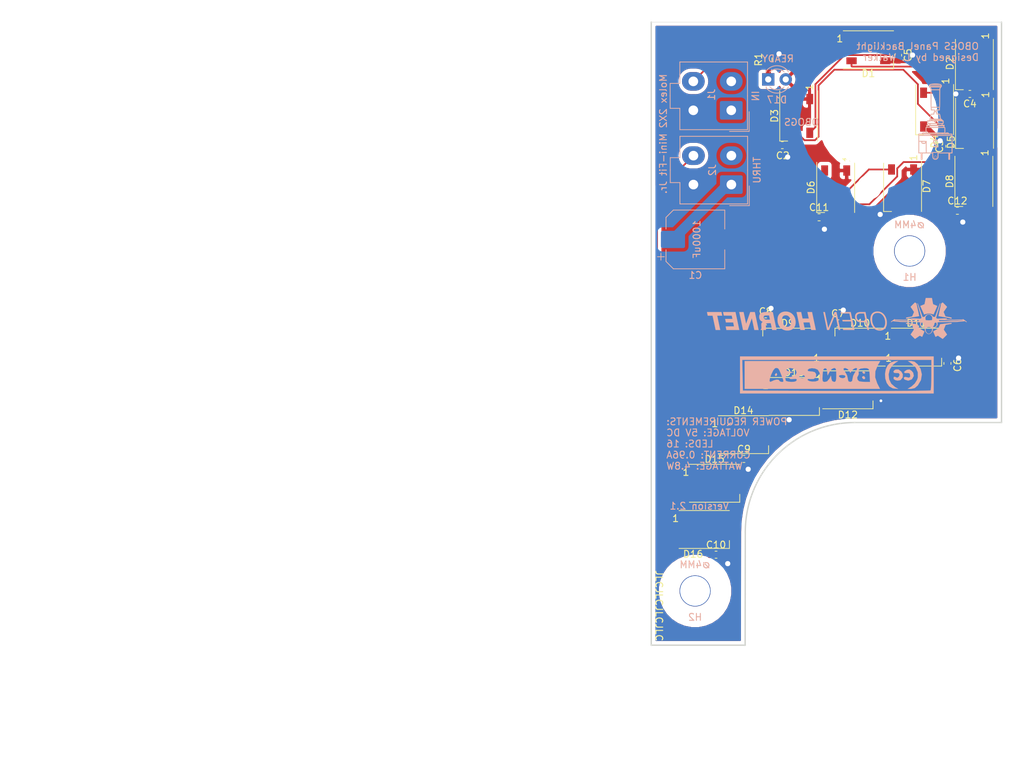
<source format=kicad_pcb>
(kicad_pcb (version 20171130) (host pcbnew "(5.1.10)-1")
  (layers (0 F.Cu signal) (31 B.Cu signal) (34 B.Paste user) (35 F.Paste user) (36 B.SilkS user) (37 F.SilkS user) (38 B.Mask user) (39 F.Mask user) (44 Edge.Cuts user))
  (net 0 "")
  (net 1 /LED+5V)
  (net 2 "Net-(D1-Pad2)")
  (net 3 /DATAIN)
  (net 4 /LEDGND)
  (net 5 "Net-(D2-Pad2)")
  (net 6 "Net-(D3-Pad2)")
  (net 7 "Net-(D4-Pad2)")
  (net 8 "Net-(D5-Pad2)")
  (net 9 "Net-(D6-Pad2)")
  (net 10 "Net-(D7-Pad2)")
  (net 11 "Net-(D8-Pad2)")
  (net 12 "Net-(D10-Pad4)")
  (net 13 "Net-(D10-Pad2)")
  (net 14 "Net-(D11-Pad2)")
  (net 15 "Net-(D12-Pad2)")
  (net 16 "Net-(D13-Pad2)")
  (net 17 "Net-(D14-Pad2)")
  (net 18 "Net-(D15-Pad2)")
  (net 19 /DATAOUT)
  (net 20 "Net-(D17-Pad1)")
  (module Connector_Molex:Molex_Mini-Fit_Jr_5566-04A_2x02_P4.20mm_Vertical (layer B.Cu) (at 170.26636 64.47536 90)
    (fp_text reference J2 (at 2.11836 -2.75336 90) (layer B.SilkS) (effects (justify mirror)))
    (fp_text value Conn_01x04_Female)
    (pad 4 thru_hole oval (at 4.2 -5.5 90) (size 2.7 3.3) (drill 1.4) (layers *.Cu *.Mask) (net 19 /DATAOUT))
    (pad 3 thru_hole oval (at 0 -5.5 90) (size 2.7 3.3) (drill 1.4) (layers *.Cu *.Mask) (net 4 /LEDGND))
    (pad 2 thru_hole oval (at 4.2 0 90) (size 2.7 3.3) (drill 1.4) (layers *.Cu *.Mask) (net 1 /LED+5V))
    (pad 1 thru_hole roundrect (at 0 0 90) (size 2.7 3.3) (drill 1.4) (layers *.Cu *.Mask) (roundrect_rratio 0.09259296296296296) (net 1 /LED+5V))
  )
  (module Connector_Molex:Molex_Mini-Fit_Jr_5566-04A_2x02_P4.20mm_Vertical (layer B.Cu) (at 170.25112 53.6956 90)
    (fp_text reference J1 (at 2.2606 -2.86512 90) (layer B.SilkS) (effects (justify mirror)))
    (fp_text value Conn_01x04_Female)
    (pad 4 thru_hole oval (at 4.2 -5.5 90) (size 2.7 3.3) (drill 1.4) (layers *.Cu *.Mask) (net 3 /DATAIN))
    (pad 3 thru_hole oval (at 0 -5.5 90) (size 2.7 3.3) (drill 1.4) (layers *.Cu *.Mask) (net 4 /LEDGND))
    (pad 2 thru_hole oval (at 4.2 0 90) (size 2.7 3.3) (drill 1.4) (layers *.Cu *.Mask) (net 1 /LED+5V))
    (pad 1 thru_hole roundrect (at 0 0 90) (size 2.7 3.3) (drill 1.4) (layers *.Cu *.Mask) (roundrect_rratio 0.09259296296296296) (net 1 /LED+5V))
  )
  (module OH_General:CC-BY-NC-SA-Small (layer B.Cu) (at 185.65 92.1 180)
    (fp_text reference G*** hide)
    (fp_text value LOGO hide)
  )
  (module OH_General:OH_LOGO_37.7mm_5.9mm (layer B.Cu) (at 185.572676 83.9 180)
    (fp_text reference G*** hide)
    (fp_text value LOGO hide)
  )
  (module Capacitor_SMD:C_0603_1608Metric (layer F.Cu) (at 203.0477 68.26758)
    (fp_text reference C12 (at 0 -1.43) (layer F.SilkS))
    (fp_text value C)
    (pad 2 smd roundrect (at 0.7875 0) (size 0.875 0.95) (layers F.Cu F.Paste F.Mask) (net 4 /LEDGND))
    (pad 1 smd roundrect (at -0.7875 0) (size 0.875 0.95) (layers F.Cu F.Paste F.Mask) (net 1 /LED+5V))
  )
  (module Capacitor_SMD:C_0603_1608Metric (layer F.Cu) (at 182.99166 69.22008)
    (fp_text reference C11 (at 0 -1.43) (layer F.SilkS))
    (fp_text value C)
    (pad 2 smd roundrect (at 0.7875 0) (size 0.875 0.95) (layers F.Cu F.Paste F.Mask) (net 4 /LEDGND))
    (pad 1 smd roundrect (at -0.7875 0) (size 0.875 0.95) (layers F.Cu F.Paste F.Mask) (net 1 /LED+5V))
  )
  (module "Kicad Footprint Files:100SPX_Toggle_Keepout" (layer F.Cu) (at 190.279157 55.312067)
    (fp_text reference 1 (at 0 0.5) (layer F.SilkS))
    (fp_text value 100SPX_Toggle_Keepout)
    (pad "" np_thru_hole circle (at 0 9.525) (size 3.572 3.572) (drill 3.572) (layers *.Cu *.Mask) (clearance 1))
    (pad "" np_thru_hole circle (at 0 0) (size 12.7 12.7) (drill 12.7) (layers *.Mask F.Cu) (clearance 1))
    (pad "" np_thru_hole circle (at 0 0) (size 12.7 12.7) (drill 12.7) (layers *.Mask B.Cu) (clearance 3.65))
  )
  (module "Kicad Footprint Files:OH_Panel_Fastner_Keepout" (layer F.Cu) (at 165.006157 123.447567)
    (fp_text reference 3 hide)
    (fp_text value OH_Panel_Fastner_Keepout hide)
    (fp_text user ⌀4MM (at 0 -3.81) (layer B.SilkS) (effects (justify mirror)))
    (fp_text user H2 (at 0 3.81) (layer B.SilkS) (effects (justify mirror)))
    (pad "" np_thru_hole circle (at 0 0) (size 4.5 4.5) (drill 4.3053) (layers *.Cu *.Mask) (clearance 3))
  )
  (module "Kicad Footprint Files:OH_Panel_Fastner_Keepout" (layer F.Cu) (at 196.121157 74.108067)
    (fp_text reference 2 hide)
    (fp_text value OH_Panel_Fastner_Keepout hide)
    (fp_text user ⌀4MM (at 0 -3.81) (layer B.SilkS) (effects (justify mirror)))
    (fp_text user H1 (at 0 3.81) (layer B.SilkS) (effects (justify mirror)))
    (pad "" np_thru_hole circle (at 0 0) (size 4.5 4.5) (drill 4.3053) (layers *.Cu *.Mask) (clearance 3))
  )
  (module Capacitor_SMD:C_0603_1608Metric (layer F.Cu) (at 204.86116 51.31562 180)
    (fp_text reference C4 (at 0 -1.43) (layer F.SilkS))
    (fp_text value C)
    (pad 2 smd roundrect (at 0.775 0 180) (size 0.9 0.95) (layers F.Cu F.Paste F.Mask) (net 4 /LEDGND))
    (pad 1 smd roundrect (at -0.775 0 180) (size 0.9 0.95) (layers F.Cu F.Paste F.Mask) (net 1 /LED+5V))
  )
  (module Capacitor_SMD:C_0603_1608Metric (layer F.Cu) (at 175.23938 84.32292)
    (fp_text reference C8 (at 0 -1.43) (layer F.SilkS))
    (fp_text value C)
    (pad 2 smd roundrect (at 0.775 0) (size 0.9 0.95) (layers F.Cu F.Paste F.Mask) (net 4 /LEDGND))
    (pad 1 smd roundrect (at -0.775 0) (size 0.9 0.95) (layers F.Cu F.Paste F.Mask) (net 1 /LED+5V))
  )
  (module Resistor_SMD:R_0603_1608Metric (layer F.Cu) (at 175.63592 46.32656 90)
    (fp_text reference R1 (at 0 -1.43 90) (layer F.SilkS))
    (fp_text value R)
    (pad 2 smd roundrect (at 0.825 0 90) (size 0.8 0.95) (layers F.Cu F.Paste F.Mask) (net 4 /LEDGND))
    (pad 1 smd roundrect (at -0.825 0 90) (size 0.8 0.95) (layers F.Cu F.Paste F.Mask) (net 20 "Net-(D17-Pad1)"))
  )
  (module Capacitor_SMD:C_0603_1608Metric (layer F.Cu) (at 168.04356 118.18874)
    (fp_text reference C10 (at 0 -1.43) (layer F.SilkS))
    (fp_text value C)
    (pad 2 smd roundrect (at 0.775 0) (size 0.9 0.95) (layers F.Cu F.Paste F.Mask) (net 4 /LEDGND))
    (pad 1 smd roundrect (at -0.775 0) (size 0.9 0.95) (layers F.Cu F.Paste F.Mask) (net 1 /LED+5V))
  )
  (module Capacitor_SMD:C_0603_1608Metric (layer F.Cu) (at 172.08978 104.2924)
    (fp_text reference C9 (at 0 -1.43) (layer F.SilkS))
    (fp_text value C)
    (pad 2 smd roundrect (at 0.775 0) (size 0.9 0.95) (layers F.Cu F.Paste F.Mask) (net 4 /LEDGND))
    (pad 1 smd roundrect (at -0.775 0) (size 0.9 0.95) (layers F.Cu F.Paste F.Mask) (net 1 /LED+5V))
  )
  (module Capacitor_SMD:C_0603_1608Metric (layer F.Cu) (at 185.71972 84.6074)
    (fp_text reference C7 (at 0 -1.43) (layer F.SilkS))
    (fp_text value C)
    (pad 2 smd roundrect (at 0.775 0) (size 0.9 0.95) (layers F.Cu F.Paste F.Mask) (net 4 /LEDGND))
    (pad 1 smd roundrect (at -0.775 0) (size 0.9 0.95) (layers F.Cu F.Paste F.Mask) (net 1 /LED+5V))
  )
  (module Capacitor_SMD:C_0603_1608Metric (layer F.Cu) (at 201.60234 90.42684 90)
    (fp_text reference C6 (at -0.25116 1.47066 90) (layer F.SilkS))
    (fp_text value C)
    (pad 2 smd roundrect (at 0.775 0 90) (size 0.9 0.95) (layers F.Cu F.Paste F.Mask) (net 4 /LEDGND))
    (pad 1 smd roundrect (at -0.775 0 90) (size 0.9 0.95) (layers F.Cu F.Paste F.Mask) (net 1 /LED+5V))
  )
  (module Capacitor_SMD:C_0603_1608Metric (layer F.Cu) (at 194.44716 45.6949 270)
    (fp_text reference C5 (at 0 -1.43 90) (layer F.SilkS))
    (fp_text value C)
    (pad 2 smd roundrect (at 0.775 0 270) (size 0.9 0.95) (layers F.Cu F.Paste F.Mask) (net 4 /LEDGND))
    (pad 1 smd roundrect (at -0.775 0 270) (size 0.9 0.95) (layers F.Cu F.Paste F.Mask) (net 1 /LED+5V))
  )
  (module Capacitor_SMD:C_0603_1608Metric (layer F.Cu) (at 201.88174 58.90992 90)
    (fp_text reference C3 (at 0 -1.43 90) (layer F.SilkS))
    (fp_text value C)
    (pad 2 smd roundrect (at 0.775 0 90) (size 0.9 0.95) (layers F.Cu F.Paste F.Mask) (net 4 /LEDGND))
    (pad 1 smd roundrect (at -0.775 0 90) (size 0.9 0.95) (layers F.Cu F.Paste F.Mask) (net 1 /LED+5V))
  )
  (module Capacitor_SMD:C_0603_1608Metric (layer F.Cu) (at 177.6603 58.74766)
    (fp_text reference C2 (at 0.05872 1.52146) (layer F.SilkS))
    (fp_text value C)
    (pad 2 smd roundrect (at 0.775 0) (size 0.9 0.95) (layers F.Cu F.Paste F.Mask) (net 4 /LEDGND))
    (pad 1 smd roundrect (at -0.775 0) (size 0.9 0.95) (layers F.Cu F.Paste F.Mask) (net 1 /LED+5V))
  )
  (module "Kicad Footprint Files:S2ALToggle" (layer B.Cu) (at 199.9996 55.4736 180)
    (fp_text reference G*** hide)
    (fp_text value LOGO hide)
    (fp_text user 2 (at 0.125 -3.075) (layer B.SilkS) (effects (justify mirror)))
  )
  (module Capacitor_SMD:CP_Elec_8x10 (layer B.Cu) (at 165.04786 72.43318)
    (fp_text reference C1 (at 0 5.2) (layer B.SilkS) (effects (justify mirror)))
    (fp_text value C_Polarized)
    (pad 2 smd roundrect (at 3.25 0) (size 3.5 2.5) (layers B.Cu B.Paste B.Mask) (roundrect_rratio 0.1) (net 4 /LEDGND))
    (pad 1 smd roundrect (at -3.25 0) (size 3.5 2.5) (layers B.Cu B.Paste B.Mask) (roundrect_rratio 0.1) (net 1 /LED+5V))
  )
  (module LED_THT:LED_D3.0mm (layer B.Cu) (at 175.61306 49.20996)
    (fp_text reference D17 (at 1.27 2.96 180) (layer B.SilkS) (effects (justify mirror)))
    (fp_text value LED)
    (pad 2 thru_hole circle (at 2.54 0) (size 1.8 1.8) (drill 0.9) (layers *.Cu *.Mask) (net 1 /LED+5V))
    (pad 1 thru_hole rect (at 0 0) (size 1.8 1.8) (drill 0.9) (layers *.Cu *.Mask) (net 20 "Net-(D17-Pad1)"))
  )
  (module LED_SMD:LED_WS2812B_PLCC4_5.0x5.0mm_P3.2mm (layer F.Cu) (at 166.331 114.528)
    (fp_text reference D16 (at -1.612 3.582) (layer F.SilkS))
    (fp_text value WS2812B)
    (fp_text user 1 (at -4.15 -1.6) (layer F.SilkS))
    (pad 1 smd rect (at -2.45 -1.6) (size 1.5 1) (layers F.Cu F.Paste F.Mask) (net 1 /LED+5V))
    (pad 2 smd rect (at -2.45 1.6) (size 1.5 1) (layers F.Cu F.Paste F.Mask) (net 19 /DATAOUT))
    (pad 4 smd rect (at 2.45 -1.6) (size 1.5 1) (layers F.Cu F.Paste F.Mask) (net 18 "Net-(D15-Pad2)"))
    (pad 3 smd rect (at 2.45 1.6) (size 1.5 1) (layers F.Cu F.Paste F.Mask) (net 4 /LEDGND))
  )
  (module LED_SMD:LED_WS2812B_PLCC4_5.0x5.0mm_P3.2mm (layer F.Cu) (at 167.832 107.823)
    (fp_text reference D15 (at 0 -3.5) (layer F.SilkS))
    (fp_text value WS2812B)
    (fp_text user 1 (at -4.15 -1.6) (layer F.SilkS))
    (pad 1 smd rect (at -2.45 -1.6) (size 1.5 1) (layers F.Cu F.Paste F.Mask) (net 1 /LED+5V))
    (pad 2 smd rect (at -2.45 1.6) (size 1.5 1) (layers F.Cu F.Paste F.Mask) (net 18 "Net-(D15-Pad2)"))
    (pad 4 smd rect (at 2.45 -1.6) (size 1.5 1) (layers F.Cu F.Paste F.Mask) (net 17 "Net-(D14-Pad2)"))
    (pad 3 smd rect (at 2.45 1.6) (size 1.5 1) (layers F.Cu F.Paste F.Mask) (net 4 /LEDGND))
  )
  (module LED_SMD:LED_WS2812B_PLCC4_5.0x5.0mm_P3.2mm (layer F.Cu) (at 172.02 100.762)
    (fp_text reference D14 (at 0 -3.5) (layer F.SilkS))
    (fp_text value WS2812B)
    (fp_text user 1 (at -4.15 -1.6) (layer F.SilkS))
    (pad 1 smd rect (at -2.45 -1.6) (size 1.5 1) (layers F.Cu F.Paste F.Mask) (net 1 /LED+5V))
    (pad 2 smd rect (at -2.45 1.6) (size 1.5 1) (layers F.Cu F.Paste F.Mask) (net 17 "Net-(D14-Pad2)"))
    (pad 4 smd rect (at 2.45 -1.6) (size 1.5 1) (layers F.Cu F.Paste F.Mask) (net 16 "Net-(D13-Pad2)"))
    (pad 3 smd rect (at 2.45 1.6) (size 1.5 1) (layers F.Cu F.Paste F.Mask) (net 4 /LEDGND))
  )
  (module LED_SMD:LED_WS2812B_PLCC4_5.0x5.0mm_P3.2mm (layer F.Cu) (at 179.386 95.2244)
    (fp_text reference D13 (at -0.0112 -3.4796) (layer F.SilkS))
    (fp_text value WS2812B)
    (fp_text user 1 (at -4.15 -1.6) (layer F.SilkS))
    (pad 1 smd rect (at -2.45 -1.6) (size 1.5 1) (layers F.Cu F.Paste F.Mask) (net 1 /LED+5V))
    (pad 2 smd rect (at -2.45 1.6) (size 1.5 1) (layers F.Cu F.Paste F.Mask) (net 16 "Net-(D13-Pad2)"))
    (pad 4 smd rect (at 2.45 -1.6) (size 1.5 1) (layers F.Cu F.Paste F.Mask) (net 15 "Net-(D12-Pad2)"))
    (pad 3 smd rect (at 2.45 1.6) (size 1.5 1) (layers F.Cu F.Paste F.Mask) (net 4 /LEDGND))
  )
  (module LED_SMD:LED_WS2812B_PLCC4_5.0x5.0mm_P3.2mm (layer F.Cu) (at 187.159 94.2592)
    (fp_text reference D12 (at 0 3.6324) (layer F.SilkS))
    (fp_text value WS2812B)
    (fp_text user 1 (at -4.15 -1.6) (layer F.SilkS))
    (pad 1 smd rect (at -2.45 -1.6) (size 1.5 1) (layers F.Cu F.Paste F.Mask) (net 1 /LED+5V))
    (pad 2 smd rect (at -2.45 1.6) (size 1.5 1) (layers F.Cu F.Paste F.Mask) (net 15 "Net-(D12-Pad2)"))
    (pad 4 smd rect (at 2.45 -1.6) (size 1.5 1) (layers F.Cu F.Paste F.Mask) (net 14 "Net-(D11-Pad2)"))
    (pad 3 smd rect (at 2.45 1.6) (size 1.5 1) (layers F.Cu F.Paste F.Mask) (net 4 /LEDGND))
  )
  (module LED_SMD:LED_WS2812B_PLCC4_5.0x5.0mm_P3.2mm (layer F.Cu) (at 197.116 88.0616)
    (fp_text reference D11 (at 0 -3.5) (layer F.SilkS))
    (fp_text value WS2812B)
    (fp_text user 1 (at -4.15 -1.6) (layer F.SilkS))
    (pad 1 smd rect (at -2.45 -1.6) (size 1.5 1) (layers F.Cu F.Paste F.Mask) (net 1 /LED+5V))
    (pad 2 smd rect (at -2.45 1.6) (size 1.5 1) (layers F.Cu F.Paste F.Mask) (net 14 "Net-(D11-Pad2)"))
    (pad 4 smd rect (at 2.45 -1.6) (size 1.5 1) (layers F.Cu F.Paste F.Mask) (net 13 "Net-(D10-Pad2)"))
    (pad 3 smd rect (at 2.45 1.6) (size 1.5 1) (layers F.Cu F.Paste F.Mask) (net 4 /LEDGND))
  )
  (module LED_SMD:LED_WS2812B_PLCC4_5.0x5.0mm_P3.2mm (layer F.Cu) (at 188.937 88.0616 180)
    (fp_text reference D10 (at 0 3.4796) (layer F.SilkS))
    (fp_text value WS2812B)
    (fp_text user 1 (at -4.15 -1.6) (layer F.SilkS))
    (pad 1 smd rect (at -2.45 -1.6 180) (size 1.5 1) (layers F.Cu F.Paste F.Mask) (net 1 /LED+5V))
    (pad 2 smd rect (at -2.45 1.6 180) (size 1.5 1) (layers F.Cu F.Paste F.Mask) (net 13 "Net-(D10-Pad2)"))
    (pad 4 smd rect (at 2.45 -1.6 180) (size 1.5 1) (layers F.Cu F.Paste F.Mask) (net 12 "Net-(D10-Pad4)"))
    (pad 3 smd rect (at 2.45 1.6 180) (size 1.5 1) (layers F.Cu F.Paste F.Mask) (net 4 /LEDGND))
  )
  (module LED_SMD:LED_WS2812B_PLCC4_5.0x5.0mm_P3.2mm (layer F.Cu) (at 178.472 88.0616 180)
    (fp_text reference D9 (at 0.0116 3.4796) (layer F.SilkS))
    (fp_text value WS2812B)
    (fp_text user 1 (at -4.15 -1.6) (layer F.SilkS))
    (pad 1 smd rect (at -2.45 -1.6 180) (size 1.5 1) (layers F.Cu F.Paste F.Mask) (net 1 /LED+5V))
    (pad 2 smd rect (at -2.45 1.6 180) (size 1.5 1) (layers F.Cu F.Paste F.Mask) (net 12 "Net-(D10-Pad4)"))
    (pad 4 smd rect (at 2.45 -1.6 180) (size 1.5 1) (layers F.Cu F.Paste F.Mask) (net 11 "Net-(D8-Pad2)"))
    (pad 3 smd rect (at 2.45 1.6 180) (size 1.5 1) (layers F.Cu F.Paste F.Mask) (net 4 /LEDGND))
  )
  (module LED_SMD:LED_WS2812B_PLCC4_5.0x5.0mm_P3.2mm (layer F.Cu) (at 205.435 64.008 270)
    (fp_text reference D8 (at 0 3.505 90) (layer F.SilkS))
    (fp_text value WS2812B)
    (fp_text user 1 (at -4.15 -1.6 90) (layer F.SilkS))
    (pad 1 smd rect (at -2.45 -1.6 270) (size 1.5 1) (layers F.Cu F.Paste F.Mask) (net 1 /LED+5V))
    (pad 2 smd rect (at -2.45 1.6 270) (size 1.5 1) (layers F.Cu F.Paste F.Mask) (net 11 "Net-(D8-Pad2)"))
    (pad 4 smd rect (at 2.45 -1.6 270) (size 1.5 1) (layers F.Cu F.Paste F.Mask) (net 10 "Net-(D7-Pad2)"))
    (pad 3 smd rect (at 2.45 1.6 270) (size 1.5 1) (layers F.Cu F.Paste F.Mask) (net 4 /LEDGND))
  )
  (module LED_SMD:LED_WS2812B_PLCC4_5.0x5.0mm_P3.2mm (layer F.Cu) (at 195.098 64.7308 270)
    (fp_text reference D7 (at 0 -3.5 90) (layer F.SilkS))
    (fp_text value WS2812B)
    (fp_text user 1 (at -4.15 -1.6 90) (layer F.SilkS))
    (pad 1 smd rect (at -2.45 -1.6 270) (size 1.5 1) (layers F.Cu F.Paste F.Mask) (net 1 /LED+5V))
    (pad 2 smd rect (at -2.45 1.6 270) (size 1.5 1) (layers F.Cu F.Paste F.Mask) (net 10 "Net-(D7-Pad2)"))
    (pad 4 smd rect (at 2.45 -1.6 270) (size 1.5 1) (layers F.Cu F.Paste F.Mask) (net 9 "Net-(D6-Pad2)"))
    (pad 3 smd rect (at 2.45 1.6 270) (size 1.5 1) (layers F.Cu F.Paste F.Mask) (net 4 /LEDGND))
  )
  (module LED_SMD:LED_WS2812B_PLCC4_5.0x5.0mm_P3.2mm (layer F.Cu) (at 185.395 64.8832 270)
    (fp_text reference D6 (at 0 3.5818 90) (layer F.SilkS))
    (fp_text value WS2812B)
    (fp_text user 1 (at -4.15 -1.6 90) (layer F.SilkS))
    (pad 1 smd rect (at -2.45 -1.6 270) (size 1.5 1) (layers F.Cu F.Paste F.Mask) (net 1 /LED+5V))
    (pad 2 smd rect (at -2.45 1.6 270) (size 1.5 1) (layers F.Cu F.Paste F.Mask) (net 9 "Net-(D6-Pad2)"))
    (pad 4 smd rect (at 2.45 -1.6 270) (size 1.5 1) (layers F.Cu F.Paste F.Mask) (net 8 "Net-(D5-Pad2)"))
    (pad 3 smd rect (at 2.45 1.6 270) (size 1.5 1) (layers F.Cu F.Paste F.Mask) (net 4 /LEDGND))
  )
  (module LED_SMD:LED_WS2812B_PLCC4_5.0x5.0mm_P3.2mm (layer F.Cu) (at 205.537 55.5752 270)
    (fp_text reference D5 (at 2.7432 3.4038 90) (layer F.SilkS))
    (fp_text value WS2812B)
    (fp_text user 1 (at -4.15 -1.6 90) (layer F.SilkS))
    (pad 1 smd rect (at -2.45 -1.6 270) (size 1.5 1) (layers F.Cu F.Paste F.Mask) (net 1 /LED+5V))
    (pad 2 smd rect (at -2.45 1.6 270) (size 1.5 1) (layers F.Cu F.Paste F.Mask) (net 8 "Net-(D5-Pad2)"))
    (pad 4 smd rect (at 2.45 -1.6 270) (size 1.5 1) (layers F.Cu F.Paste F.Mask) (net 7 "Net-(D4-Pad2)"))
    (pad 3 smd rect (at 2.45 1.6 270) (size 1.5 1) (layers F.Cu F.Paste F.Mask) (net 4 /LEDGND))
  )
  (module LED_SMD:LED_WS2812B_PLCC4_5.0x5.0mm_P3.2mm (layer F.Cu) (at 199.746 53.594 270)
    (fp_text reference D4 (at 4.6228 0.0004 90) (layer F.SilkS))
    (fp_text value WS2812B)
    (fp_text user 1 (at -4.15 -1.6 90) (layer F.SilkS))
    (pad 1 smd rect (at -2.45 -1.6 270) (size 1.5 1) (layers F.Cu F.Paste F.Mask) (net 1 /LED+5V))
    (pad 2 smd rect (at -2.45 1.6 270) (size 1.5 1) (layers F.Cu F.Paste F.Mask) (net 7 "Net-(D4-Pad2)"))
    (pad 4 smd rect (at 2.45 -1.6 270) (size 1.5 1) (layers F.Cu F.Paste F.Mask) (net 6 "Net-(D3-Pad2)"))
    (pad 3 smd rect (at 2.45 1.6 270) (size 1.5 1) (layers F.Cu F.Paste F.Mask) (net 4 /LEDGND))
  )
  (module LED_SMD:LED_WS2812B_PLCC4_5.0x5.0mm_P3.2mm (layer F.Cu) (at 180.035 54.5084 270)
    (fp_text reference D3 (at 0 3.505 90) (layer F.SilkS))
    (fp_text value WS2812B)
    (fp_text user 1 (at -4.15 -1.6 90) (layer F.SilkS))
    (pad 1 smd rect (at -2.45 -1.6 270) (size 1.5 1) (layers F.Cu F.Paste F.Mask) (net 1 /LED+5V))
    (pad 2 smd rect (at -2.45 1.6 270) (size 1.5 1) (layers F.Cu F.Paste F.Mask) (net 6 "Net-(D3-Pad2)"))
    (pad 4 smd rect (at 2.45 -1.6 270) (size 1.5 1) (layers F.Cu F.Paste F.Mask) (net 5 "Net-(D2-Pad2)"))
    (pad 3 smd rect (at 2.45 1.6 270) (size 1.5 1) (layers F.Cu F.Paste F.Mask) (net 4 /LEDGND))
  )
  (module LED_SMD:LED_WS2812B_PLCC4_5.0x5.0mm_P3.2mm (layer F.Cu) (at 205.512 47.0524 270)
    (fp_text reference D2 (at -0.164 3.5312 90) (layer F.SilkS))
    (fp_text value WS2812B)
    (fp_text user 1 (at -4.15 -1.6 90) (layer F.SilkS))
    (pad 1 smd rect (at -2.45 -1.6 270) (size 1.5 1) (layers F.Cu F.Paste F.Mask) (net 1 /LED+5V))
    (pad 2 smd rect (at -2.45 1.6 270) (size 1.5 1) (layers F.Cu F.Paste F.Mask) (net 5 "Net-(D2-Pad2)"))
    (pad 4 smd rect (at 2.45 -1.6 270) (size 1.5 1) (layers F.Cu F.Paste F.Mask) (net 2 "Net-(D1-Pad2)"))
    (pad 3 smd rect (at 2.45 1.6 270) (size 1.5 1) (layers F.Cu F.Paste F.Mask) (net 4 /LEDGND))
  )
  (module LED_SMD:LED_WS2812B_PLCC4_5.0x5.0mm_P3.2mm (layer F.Cu) (at 190.144 44.9072)
    (fp_text reference D1 (at 0 3.4544) (layer F.SilkS))
    (fp_text value WS2812B)
    (fp_text user 1 (at -4.15 -1.6) (layer F.SilkS))
    (pad 1 smd rect (at -2.45 -1.6) (size 1.5 1) (layers F.Cu F.Paste F.Mask) (net 1 /LED+5V))
    (pad 2 smd rect (at -2.45 1.6) (size 1.5 1) (layers F.Cu F.Paste F.Mask) (net 2 "Net-(D1-Pad2)"))
    (pad 4 smd rect (at 2.45 -1.6) (size 1.5 1) (layers F.Cu F.Paste F.Mask) (net 3 /DATAIN))
    (pad 3 smd rect (at 2.45 1.6) (size 1.5 1) (layers F.Cu F.Paste F.Mask) (net 4 /LEDGND))
  )
  (gr_text JLCJLCJLCJLC (at 159.766 125.603 270) (layer F.SilkS) (effects (font (size 1 1))))
  (gr_text "Version 2.1" (at 165.608 111.125) (layer B.SilkS) (effects (font (size 1 1)) (justify mirror)))
  (gr_text OBOGS (at 180.4416 55.4228) (layer B.SilkS) (effects (font (size 1 1)) (justify mirror)))
  (gr_text THRU (at 173.98746 62.37732 90) (layer B.SilkS) (effects (font (size 1 1)) (justify mirror)))
  (gr_text IN (at 173.78426 51.61534 90) (layer B.SilkS) (effects (font (size 1 1)) (justify mirror)))
  (gr_text "Molex 2X2 Mini-Fit Jr." (at 160.39084 57.11698 90) (layer B.SilkS) (effects (font (size 1 1)) (justify mirror)))
  (gr_text READY (at 177.01514 46.2026) (layer B.SilkS) (effects (font (size 1 1)) (justify mirror)))
  (gr_text 1000uF (at 165.26002 72.43318 90) (layer B.SilkS) (effects (font (size 1 1)) (justify mirror)))
  (gr_text "POWER REQUIREMENTS:\nVOLTAGE: 5V DC\nLEDS: 16\nCURRENT: 0.96A\nWATTAGE: 4.8W" (at 160.75 102.1) (layer B.SilkS) (effects (font (size 1 1)) (justify right mirror)))
  (gr_text "OBOGS Panel Backlight\nDesigned by L. Walker" (at 206.25308 45.20438) (layer B.SilkS) (effects (font (size 1 1)) (justify left mirror)))
  (gr_line (start 209.4484 40.894) (end 158.648401 40.894001) (layer Edge.Cuts) (width 0.05))
  (gr_line (start 209.4484 40.894) (end 209.4484 40.894001) (layer Edge.Cuts) (width 0.05))
  (gr_line (start 158.648401 131.318) (end 172.2628 131.318) (layer Edge.Cuts) (width 0.2))
  (gr_arc (start 188.163199 114.8842) (end 188.1632 99.0092) (angle -90) (layer Edge.Cuts) (width 0.2))
  (gr_line (start 158.648401 40.894001) (end 158.648401 131.318) (layer Edge.Cuts) (width 0.2))
  (gr_line (start 172.2628 131.318) (end 172.288199 114.884199) (layer Edge.Cuts) (width 0.2))
  (gr_line (start 188.1632 99.0092) (end 209.4484 99.0092) (layer Edge.Cuts) (width 0.2))
  (gr_line (start 209.4484 99.0092) (end 209.4484 40.894001) (layer Edge.Cuts) (width 0.2))
  (segment (start 169.75568 64.47536) (end 161.79786 72.43318) (width 1.5) (layer B.Cu) (net 1))
  (segment (start 170.26636 64.47536) (end 169.75568 64.47536) (width 1.5) (layer B.Cu) (net 1))
  (segment (start 201.93175 59.73493) (end 201.88174 59.73493) (width 1) (layer F.Cu) (net 1))
  (segment (start 202.253926 60.057106) (end 201.93175 59.73493) (width 1) (layer F.Cu) (net 1))
  (segment (start 204.865844 60.057106) (end 202.253926 60.057106) (width 1) (layer F.Cu) (net 1))
  (segment (start 206.366738 61.558) (end 204.865844 60.057106) (width 1) (layer F.Cu) (net 1))
  (segment (start 207.035 61.558) (end 206.366738 61.558) (width 1) (layer F.Cu) (net 1))
  (segment (start 187.694 46.5072) (end 187.694 47.2572) (width 0.25) (layer F.Cu) (net 2))
  (segment (start 187.78748 47.35068) (end 197.49932 47.35068) (width 0.25) (layer F.Cu) (net 2))
  (segment (start 187.694 47.2572) (end 187.78748 47.35068) (width 0.25) (layer F.Cu) (net 2))
  (segment (start 197.49932 47.35068) (end 199 45.85) (width 0.25) (layer F.Cu) (net 2))
  (segment (start 199 45.85) (end 206.85 45.85) (width 0.25) (layer F.Cu) (net 2))
  (segment (start 206.85 49.2404) (end 207.112 49.5024) (width 0.25) (layer F.Cu) (net 2))
  (segment (start 206.85 45.85) (end 206.85 49.2404) (width 0.25) (layer F.Cu) (net 2))
  (segment (start 171.764521 42.482199) (end 164.75112 49.4956) (width 0.25) (layer F.Cu) (net 3))
  (segment (start 191.768999 42.482199) (end 171.764521 42.482199) (width 0.25) (layer F.Cu) (net 3))
  (segment (start 192.594 43.3072) (end 191.768999 42.482199) (width 0.25) (layer F.Cu) (net 3))
  (segment (start 176.01438 86.45398) (end 176.022 86.4616) (width 0.75) (layer F.Cu) (net 4))
  (segment (start 201.59258 89.6616) (end 201.60234 89.65184) (width 0.75) (layer F.Cu) (net 4))
  (segment (start 199.566 89.6616) (end 201.59258 89.6616) (width 0.75) (layer F.Cu) (net 4))
  (segment (start 201.60234 89.65184) (end 203.21524 89.65438) (width 0.75) (layer F.Cu) (net 4))
  (segment (start 203.21524 89.65438) (end 203.22794 89.65184) (width 0.75) (layer F.Cu) (net 4))
  (via (at 203.21524 89.65438) (size 1.5) (drill 0.75) (layers F.Cu B.Cu) (net 4))
  (segment (start 189.609 95.8592) (end 191.9605 95.85198) (width 0.75) (layer F.Cu) (net 4))
  (segment (start 191.9605 95.85198) (end 191.95328 95.8592) (width 0.75) (layer F.Cu) (net 4))
  (via (at 191.9605 95.85198) (size 0.8) (drill 0.4) (layers F.Cu B.Cu) (net 4))
  (segment (start 177.1777 45.50156) (end 177.1777 45.50156) (width 0.75) (layer F.Cu) (net 4))
  (segment (start 178.435 58.74736) (end 178.4353 58.74766) (width 0.75) (layer F.Cu) (net 4))
  (segment (start 178.435 56.9584) (end 178.435 58.74736) (width 0.75) (layer F.Cu) (net 4))
  (segment (start 178.4353 58.74766) (end 178.42992 60.47994) (width 0.75) (layer F.Cu) (net 4))
  (segment (start 178.42992 60.47994) (end 178.4353 60.51072) (width 0.75) (layer F.Cu) (net 4))
  (via (at 178.42992 60.47994) (size 1.5) (drill 0.75) (layers F.Cu B.Cu) (net 4))
  (segment (start 193.498 67.1808) (end 193.498 67.17712) (width 0.75) (layer F.Cu) (net 4))
  (segment (start 193.498 67.17712) (end 191.85128 68.80606) (width 0.75) (layer F.Cu) (net 4))
  (segment (start 191.85128 68.80606) (end 191.86906 68.80606) (width 0.75) (layer F.Cu) (net 4))
  (via (at 191.85128 68.80606) (size 1.5) (drill 0.75) (layers F.Cu B.Cu) (net 4))
  (segment (start 183.795 69.20424) (end 183.77916 69.22008) (width 0.75) (layer F.Cu) (net 4))
  (segment (start 183.795 67.3332) (end 183.795 69.20424) (width 0.75) (layer F.Cu) (net 4))
  (segment (start 183.77916 69.22008) (end 183.76138 70.94982) (width 0.75) (layer F.Cu) (net 4))
  (segment (start 183.76138 70.94982) (end 183.77916 70.93204) (width 0.75) (layer F.Cu) (net 4))
  (via (at 183.76138 70.94982) (size 1.5) (drill 0.75) (layers F.Cu B.Cu) (net 4))
  (segment (start 203.835 66.458) (end 203.83246 69.91604) (width 0.75) (layer F.Cu) (net 4))
  (segment (start 203.83246 69.91604) (end 203.835 69.9135) (width 0.75) (layer F.Cu) (net 4))
  (via (at 203.83246 69.91604) (size 1.5) (drill 0.75) (layers F.Cu B.Cu) (net 4))
  (segment (start 201.99146 58.0252) (end 201.88174 58.13492) (width 0.75) (layer F.Cu) (net 4))
  (segment (start 203.937 58.0252) (end 201.99146 58.0252) (width 0.75) (layer F.Cu) (net 4))
  (segment (start 201.88174 58.13492) (end 200.54316 58.11266) (width 0.75) (layer F.Cu) (net 4))
  (segment (start 200.54316 58.11266) (end 200.56542 58.13492) (width 0.75) (layer F.Cu) (net 4))
  (via (at 200.54316 58.11266) (size 1.5) (drill 0.75) (layers F.Cu B.Cu) (net 4))
  (segment (start 203.912 51.14146) (end 204.08616 51.31562) (width 0.75) (layer F.Cu) (net 4))
  (segment (start 203.912 49.5024) (end 203.912 51.14146) (width 0.75) (layer F.Cu) (net 4))
  (segment (start 204.08616 51.31562) (end 202.82154 51.31562) (width 0.75) (layer F.Cu) (net 4))
  (segment (start 202.82154 51.31562) (end 202.6793 51.31562) (width 0.75) (layer F.Cu) (net 4))
  (via (at 202.82154 51.31562) (size 1.5) (drill 0.75) (layers F.Cu B.Cu) (net 4))
  (segment (start 194.40986 46.5072) (end 194.44716 46.4699) (width 0.75) (layer F.Cu) (net 4))
  (segment (start 192.594 46.5072) (end 194.40986 46.5072) (width 0.75) (layer F.Cu) (net 4))
  (segment (start 194.44716 46.4699) (end 195.7826 46.4699) (width 0.75) (layer F.Cu) (net 4))
  (segment (start 195.7826 46.4699) (end 195.7826 46.4445) (width 0.75) (layer F.Cu) (net 4))
  (segment (start 195.7826 46.4445) (end 196.54774 45.67936) (width 0.75) (layer F.Cu) (net 4))
  (segment (start 196.54774 45.67936) (end 196.54774 45.67936) (width 0.75) (layer F.Cu) (net 4))
  (via (at 196.54774 45.67936) (size 1.5) (drill 0.75) (layers F.Cu B.Cu) (net 4))
  (segment (start 198.4745 56.044) (end 200.54316 58.11266) (width 0.75) (layer F.Cu) (net 4))
  (segment (start 198.146 56.044) (end 198.4745 56.044) (width 0.75) (layer F.Cu) (net 4))
  (segment (start 174.47 102.68718) (end 172.86478 104.2924) (width 0.75) (layer F.Cu) (net 4))
  (segment (start 174.47 102.362) (end 174.47 102.68718) (width 0.75) (layer F.Cu) (net 4))
  (segment (start 172.86478 104.2924) (end 172.7073 105.78592) (width 0.75) (layer F.Cu) (net 4))
  (segment (start 172.7073 105.78592) (end 172.86478 105.64368) (width 0.75) (layer F.Cu) (net 4))
  (via (at 172.7073 105.78592) (size 1.5) (drill 0.75) (layers F.Cu B.Cu) (net 4))
  (segment (start 168.781 116.128) (end 168.781 118.15118) (width 0.75) (layer F.Cu) (net 4))
  (segment (start 168.81856 118.18874) (end 168.781 118.15118) (width 0.75) (layer F.Cu) (net 4))
  (segment (start 168.81856 118.18874) (end 168.81856 118.62054) (width 0.75) (layer F.Cu) (net 4))
  (segment (start 168.81856 118.62054) (end 169.73804 119.48414) (width 0.75) (layer F.Cu) (net 4))
  (segment (start 169.73804 119.48414) (end 169.68978 119.49176) (width 0.75) (layer F.Cu) (net 4))
  (via (at 169.73804 119.48414) (size 1.5) (drill 0.75) (layers F.Cu B.Cu) (net 4))
  (segment (start 172.7073 106.9977) (end 172.7073 105.78592) (width 0.75) (layer F.Cu) (net 4))
  (segment (start 170.282 109.423) (end 172.7073 106.9977) (width 0.75) (layer F.Cu) (net 4))
  (segment (start 181.836 96.8244) (end 180.42676 96.8244) (width 0.75) (layer F.Cu) (net 4))
  (segment (start 180.42676 96.8244) (end 178.64582 98.60534) (width 0.75) (layer F.Cu) (net 4))
  (segment (start 178.64582 98.60534) (end 178.64582 98.60534) (width 0.75) (layer F.Cu) (net 4))
  (via (at 178.64582 98.60534) (size 1.5) (drill 0.75) (layers F.Cu B.Cu) (net 4))
  (segment (start 186.487 84.61512) (end 186.49472 84.6074) (width 0.75) (layer F.Cu) (net 4))
  (segment (start 186.487 86.4616) (end 186.487 84.61512) (width 0.75) (layer F.Cu) (net 4))
  (segment (start 186.49472 84.6074) (end 186.4995 82.69224) (width 0.75) (layer F.Cu) (net 4))
  (segment (start 186.4995 82.69224) (end 186.49472 82.69702) (width 0.75) (layer F.Cu) (net 4))
  (via (at 186.4995 82.69224) (size 1.5) (drill 0.75) (layers F.Cu B.Cu) (net 4))
  (segment (start 176.022 84.33054) (end 176.01438 84.32292) (width 0.75) (layer F.Cu) (net 4))
  (segment (start 176.022 86.4616) (end 176.022 84.33054) (width 0.75) (layer F.Cu) (net 4))
  (segment (start 176.01438 84.32292) (end 176.01438 82.43316) (width 0.75) (layer F.Cu) (net 4))
  (segment (start 176.01438 82.43316) (end 176.01438 82.43316) (width 0.75) (layer F.Cu) (net 4))
  (via (at 176.01438 82.43316) (size 1.5) (drill 0.75) (layers F.Cu B.Cu) (net 4))
  (segment (start 175.63592 45.50156) (end 177.1777 45.50156) (width 0.75) (layer F.Cu) (net 4))
  (via (at 177.1777 45.50156) (size 1.5) (drill 0.75) (layers F.Cu B.Cu) (net 4))
  (segment (start 182.460001 49.906197) (end 182.460001 56.133399) (width 0.25) (layer F.Cu) (net 5))
  (segment (start 186.683999 45.682199) (end 182.460001 49.906197) (width 0.25) (layer F.Cu) (net 5))
  (segment (start 182.460001 56.133399) (end 181.635 56.9584) (width 0.25) (layer F.Cu) (net 5))
  (segment (start 193.969326 45.6949) (end 193.956625 45.682199) (width 0.25) (layer F.Cu) (net 5))
  (segment (start 194.941198 45.6949) (end 193.969326 45.6949) (width 0.25) (layer F.Cu) (net 5))
  (segment (start 193.956625 45.682199) (end 186.683999 45.682199) (width 0.25) (layer F.Cu) (net 5))
  (segment (start 196.033698 44.6024) (end 194.941198 45.6949) (width 0.25) (layer F.Cu) (net 5))
  (segment (start 203.912 44.6024) (end 196.033698 44.6024) (width 0.25) (layer F.Cu) (net 5))
  (segment (start 200.596 56.044) (end 197.320999 52.768999) (width 0.25) (layer F.Cu) (net 6))
  (segment (start 201.346 56.044) (end 200.596 56.044) (width 0.25) (layer F.Cu) (net 6))
  (segment (start 197.320999 52.768999) (end 197.320999 49.920999) (width 0.25) (layer F.Cu) (net 6))
  (segment (start 195.20069 47.80069) (end 185.201918 47.80069) (width 0.25) (layer F.Cu) (net 6))
  (segment (start 197.320999 49.920999) (end 195.20069 47.80069) (width 0.25) (layer F.Cu) (net 6))
  (segment (start 179.260001 52.883401) (end 178.435 52.0584) (width 0.25) (layer F.Cu) (net 6))
  (segment (start 179.260001 56.418403) (end 179.260001 52.883401) (width 0.25) (layer F.Cu) (net 6))
  (segment (start 180.874999 58.033401) (end 179.260001 56.418403) (width 0.25) (layer F.Cu) (net 6))
  (segment (start 182.395001 58.033401) (end 180.874999 58.033401) (width 0.25) (layer F.Cu) (net 6))
  (segment (start 182.910011 57.518391) (end 182.395001 58.033401) (width 0.25) (layer F.Cu) (net 6))
  (segment (start 182.910011 50.092597) (end 182.910011 57.518391) (width 0.25) (layer F.Cu) (net 6))
  (segment (start 185.201918 47.80069) (end 182.910011 50.092597) (width 0.25) (layer F.Cu) (net 6))
  (segment (start 199.5058 51.144) (end 198.146 51.144) (width 0.25) (layer F.Cu) (net 7))
  (segment (start 206.387 58.0252) (end 199.5058 51.144) (width 0.25) (layer F.Cu) (net 7))
  (segment (start 207.137 58.0252) (end 206.387 58.0252) (width 0.25) (layer F.Cu) (net 7))
  (segment (start 190.280602 67.3332) (end 186.995 67.3332) (width 0.25) (layer F.Cu) (net 8))
  (segment (start 194.323001 63.290801) (end 190.280602 67.3332) (width 0.25) (layer F.Cu) (net 8))
  (segment (start 194.323001 62.126999) (end 194.323001 63.290801) (width 0.25) (layer F.Cu) (net 8))
  (segment (start 195.244201 61.205799) (end 194.323001 62.126999) (width 0.25) (layer F.Cu) (net 8))
  (segment (start 199.041023 61.205799) (end 195.244201 61.205799) (width 0.25) (layer F.Cu) (net 8))
  (segment (start 201.336902 58.90992) (end 199.041023 61.205799) (width 0.25) (layer F.Cu) (net 8))
  (segment (start 202.359574 58.90992) (end 201.336902 58.90992) (width 0.25) (layer F.Cu) (net 8))
  (segment (start 202.68175 59.232096) (end 202.359574 58.90992) (width 0.25) (layer F.Cu) (net 8))
  (segment (start 207.765106 59.232096) (end 202.68175 59.232096) (width 0.25) (layer F.Cu) (net 8))
  (segment (start 207.962001 59.035201) (end 207.765106 59.232096) (width 0.25) (layer F.Cu) (net 8))
  (segment (start 207.962001 56.400201) (end 207.962001 59.035201) (width 0.25) (layer F.Cu) (net 8))
  (segment (start 204.687 53.1252) (end 207.962001 56.400201) (width 0.25) (layer F.Cu) (net 8))
  (segment (start 203.937 53.1252) (end 204.687 53.1252) (width 0.25) (layer F.Cu) (net 8))
  (segment (start 181.44165 64.78655) (end 183.105144 63.123056) (width 0.25) (layer F.Cu) (net 9))
  (segment (start 181.44165 70.221092) (end 181.44165 64.78655) (width 0.25) (layer F.Cu) (net 9))
  (segment (start 195.622999 68.255801) (end 193.992541 68.255801) (width 0.25) (layer F.Cu) (net 9))
  (segment (start 196.698 67.1808) (end 195.622999 68.255801) (width 0.25) (layer F.Cu) (net 9))
  (segment (start 193.992541 68.255801) (end 190.223521 72.024821) (width 0.25) (layer F.Cu) (net 9))
  (segment (start 190.223521 72.024821) (end 183.245379 72.024821) (width 0.25) (layer F.Cu) (net 9))
  (segment (start 183.245379 72.024821) (end 181.44165 70.221092) (width 0.25) (layer F.Cu) (net 9))
  (segment (start 183.105144 63.123056) (end 183.795 62.4332) (width 0.25) (layer F.Cu) (net 9))
  (segment (start 205.959999 65.382999) (end 207.035 66.458) (width 0.25) (layer F.Cu) (net 10))
  (segment (start 186.234999 68.408201) (end 190.435597 68.408201) (width 0.25) (layer F.Cu) (net 10))
  (segment (start 186.169999 68.343201) (end 186.234999 68.408201) (width 0.25) (layer F.Cu) (net 10))
  (segment (start 186.169999 66.323199) (end 186.169999 68.343201) (width 0.25) (layer F.Cu) (net 10))
  (segment (start 193.460799 65.382999) (end 205.959999 65.382999) (width 0.25) (layer F.Cu) (net 10))
  (segment (start 190.212398 62.2808) (end 186.169999 66.323199) (width 0.25) (layer F.Cu) (net 10))
  (segment (start 190.435597 68.408201) (end 193.460799 65.382999) (width 0.25) (layer F.Cu) (net 10))
  (segment (start 193.498 62.2808) (end 190.212398 62.2808) (width 0.25) (layer F.Cu) (net 10))
  (segment (start 176.022 88.9116) (end 179.297001 85.636599) (width 0.25) (layer F.Cu) (net 11))
  (segment (start 179.297001 85.636599) (end 183.826997 85.636599) (width 0.25) (layer F.Cu) (net 11))
  (segment (start 188.726997 87.286601) (end 191.263598 84.75) (width 0.25) (layer F.Cu) (net 11))
  (segment (start 176.022 89.6616) (end 176.022 88.9116) (width 0.25) (layer F.Cu) (net 11))
  (segment (start 183.826997 85.636599) (end 185.476999 87.286601) (width 0.25) (layer F.Cu) (net 11))
  (segment (start 185.476999 87.286601) (end 188.726997 87.286601) (width 0.25) (layer F.Cu) (net 11))
  (segment (start 191.263598 84.75) (end 200.25 84.75) (width 0.25) (layer F.Cu) (net 11))
  (segment (start 205.199998 61.558) (end 203.835 61.558) (width 0.25) (layer F.Cu) (net 11))
  (segment (start 207.860001 64.218003) (end 205.199998 61.558) (width 0.25) (layer F.Cu) (net 11))
  (segment (start 207.860001 77.139999) (end 207.860001 64.218003) (width 0.25) (layer F.Cu) (net 11))
  (segment (start 200.25 84.75) (end 207.860001 77.139999) (width 0.25) (layer F.Cu) (net 11))
  (segment (start 184.122 89.6616) (end 180.922 86.4616) (width 0.25) (layer F.Cu) (net 12))
  (segment (start 186.487 89.6616) (end 184.122 89.6616) (width 0.25) (layer F.Cu) (net 12))
  (segment (start 198.740999 85.636599) (end 192.212001 85.636599) (width 0.25) (layer F.Cu) (net 13))
  (segment (start 192.212001 85.636599) (end 191.387 86.4616) (width 0.25) (layer F.Cu) (net 13))
  (segment (start 199.566 86.4616) (end 198.740999 85.636599) (width 0.25) (layer F.Cu) (net 13))
  (segment (start 191.6684 92.6592) (end 189.609 92.6592) (width 0.25) (layer F.Cu) (net 14))
  (segment (start 194.666 89.6616) (end 191.6684 92.6592) (width 0.25) (layer F.Cu) (net 14))
  (segment (start 184.0708 95.8592) (end 181.836 93.6244) (width 0.25) (layer F.Cu) (net 15))
  (segment (start 184.709 95.8592) (end 184.0708 95.8592) (width 0.25) (layer F.Cu) (net 15))
  (segment (start 174.5984 99.162) (end 176.936 96.8244) (width 0.25) (layer F.Cu) (net 16))
  (segment (start 174.47 99.162) (end 174.5984 99.162) (width 0.25) (layer F.Cu) (net 16))
  (segment (start 170.282 103.074) (end 169.57 102.362) (width 0.25) (layer F.Cu) (net 17))
  (segment (start 170.282 106.223) (end 170.282 103.074) (width 0.25) (layer F.Cu) (net 17))
  (segment (start 168.781 112.822) (end 165.382 109.423) (width 0.25) (layer F.Cu) (net 18))
  (segment (start 168.781 112.928) (end 168.781 112.822) (width 0.25) (layer F.Cu) (net 18))
  (segment (start 163.881 116.128) (end 163.4482 116.128) (width 0.25) (layer F.Cu) (net 19))
  (segment (start 163.4482 116.128) (end 159.49168 112.17148) (width 0.25) (layer F.Cu) (net 19))
  (segment (start 159.49168 65.55004) (end 164.76636 60.27536) (width 0.25) (layer F.Cu) (net 19))
  (segment (start 159.49168 112.17148) (end 159.49168 65.55004) (width 0.25) (layer F.Cu) (net 19))
  (segment (start 175.63592 49.1871) (end 175.61306 49.20996) (width 0.75) (layer F.Cu) (net 20))
  (segment (start 175.63592 47.15156) (end 175.63592 49.1871) (width 0.75) (layer F.Cu) (net 20))
  (zone (net 4) (net_name /LEDGND) (layer B.Cu) (connect_pads yes (clearance 0.508)) (min_thickness 0.254) (fill yes (arc_segments 32) (thermal_gap 0.508) (thermal_bridge_width 0.508))
    (polygon (pts (xy 210.47202 39.77132) (xy 210.99272 132.71246) (xy 158.01086 134.3279) (xy 157.39618 39.77132) (xy 176.9618 39.66718)))
  )
  (zone (net 1) (net_name /LED+5V) (layer F.Cu) (connect_pads (clearance 0.508)) (min_thickness 0.254) (fill yes (arc_segments 32) (thermal_gap 0.508) (thermal_bridge_width 0.508))
    (polygon (pts (xy 212.34654 133.4389) (xy 156.14904 133.00202) (xy 156.25318 78.99146) (xy 156.14904 39.01694) (xy 211.40928 39.12108)))
  )
)
</source>
